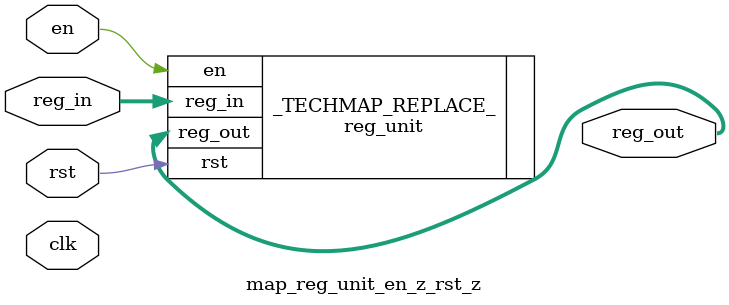
<source format=v>
(* techmap_celltype = "reg_unit_en_1_rst_0" *)
module map_reg_unit_en_1_rst_0 #(
    parameter _TECHMAP_CONSTVAL_reg_in_ = 32'bx,
    parameter _TECHMAP_CONSTVAL_reg_out_ = 32'bx
)(
    input clk,
    input en,
    input [31:0] reg_in,
    input rst,
    output [31:0] reg_out
);

generate
    reg_unit #() _TECHMAP_REPLACE_ (
        .en(1),
        .reg_in(reg_in),
        .reg_out(reg_out),
        .rst(0)
    );

endgenerate

endmodule

(* techmap_celltype = "reg_unit_en_1_rst_z" *)
module map_reg_unit_en_1_rst_z #(
    parameter _TECHMAP_CONSTVAL_reg_in_ = 32'bx,
    parameter _TECHMAP_CONSTVAL_reg_out_ = 32'bx
)(
    input clk,
    input en,
    input [31:0] reg_in,
    input rst,
    output [31:0] reg_out
);

generate
    reg_unit #() _TECHMAP_REPLACE_ (
        .en(1),
        .reg_in(reg_in),
        .reg_out(reg_out),
        .rst(rst)
    );

endgenerate

endmodule

(* techmap_celltype = "reg_unit_en_z_rst_0" *)
module map_reg_unit_en_z_rst_0 #(
    parameter _TECHMAP_CONSTVAL_reg_in_ = 32'bx,
    parameter _TECHMAP_CONSTVAL_reg_out_ = 32'bx
)(
    input clk,
    input en,
    input [31:0] reg_in,
    input rst,
    output [31:0] reg_out
);

generate
    reg_unit #() _TECHMAP_REPLACE_ (
        .en(en),
        .reg_in(reg_in),
        .reg_out(reg_out),
        .rst(0)
    );

endgenerate

endmodule

(* techmap_celltype = "reg_unit_en_z_rst_z" *)
module map_reg_unit_en_z_rst_z #(
    parameter _TECHMAP_CONSTVAL_reg_in_ = 32'bx,
    parameter _TECHMAP_CONSTVAL_reg_out_ = 32'bx
)(
    input clk,
    input en,
    input [31:0] reg_in,
    input rst,
    output [31:0] reg_out
);

generate
    reg_unit #() _TECHMAP_REPLACE_ (
        .en(en),
        .reg_in(reg_in),
        .reg_out(reg_out),
        .rst(rst)
    );

endgenerate

endmodule


</source>
